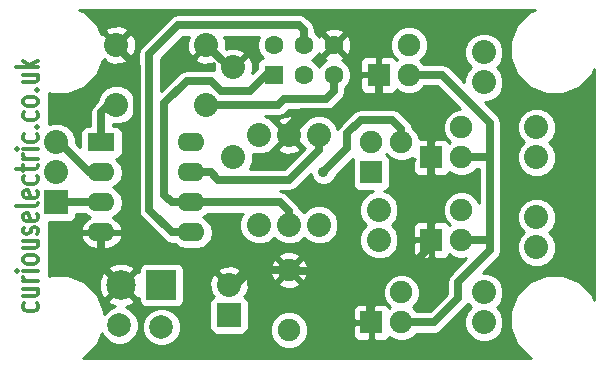
<source format=gtl>
G04 #@! TF.FileFunction,Copper,L1,Top,Signal*
%FSLAX46Y46*%
G04 Gerber Fmt 4.6, Leading zero omitted, Abs format (unit mm)*
G04 Created by KiCad (PCBNEW (2015-07-09 BZR 5913, Git 33e1797)-product) date 29/10/2015 17:07:08*
%MOMM*%
G01*
G04 APERTURE LIST*
%ADD10C,0.150000*%
%ADD11C,0.304800*%
%ADD12R,2.032000X2.032000*%
%ADD13C,2.032000*%
%ADD14C,1.905000*%
%ADD15R,2.286000X1.574800*%
%ADD16O,2.286000X1.574800*%
%ADD17R,2.499360X2.499360*%
%ADD18C,2.499360*%
%ADD19C,1.998980*%
%ADD20R,1.600200X1.600200*%
%ADD21C,1.600200*%
%ADD22R,1.905000X1.905000*%
%ADD23C,0.889000*%
%ADD24C,0.635000*%
%ADD25C,0.254000*%
G04 APERTURE END LIST*
D10*
D11*
X40225571Y-81561335D02*
X40311286Y-81694668D01*
X40311286Y-81961335D01*
X40225571Y-82094668D01*
X40139857Y-82161335D01*
X39968429Y-82228001D01*
X39454143Y-82228001D01*
X39282714Y-82161335D01*
X39197000Y-82094668D01*
X39111286Y-81961335D01*
X39111286Y-81694668D01*
X39197000Y-81561335D01*
X39111286Y-80361335D02*
X40311286Y-80361335D01*
X39111286Y-80961335D02*
X40054143Y-80961335D01*
X40225571Y-80894668D01*
X40311286Y-80761335D01*
X40311286Y-80561335D01*
X40225571Y-80428001D01*
X40139857Y-80361335D01*
X40311286Y-79694668D02*
X39111286Y-79694668D01*
X39454143Y-79694668D02*
X39282714Y-79628001D01*
X39197000Y-79561334D01*
X39111286Y-79428001D01*
X39111286Y-79294668D01*
X40311286Y-78828001D02*
X39111286Y-78828001D01*
X38511286Y-78828001D02*
X38597000Y-78894667D01*
X38682714Y-78828001D01*
X38597000Y-78761334D01*
X38511286Y-78828001D01*
X38682714Y-78828001D01*
X40311286Y-77961334D02*
X40225571Y-78094667D01*
X40139857Y-78161334D01*
X39968429Y-78228000D01*
X39454143Y-78228000D01*
X39282714Y-78161334D01*
X39197000Y-78094667D01*
X39111286Y-77961334D01*
X39111286Y-77761334D01*
X39197000Y-77628000D01*
X39282714Y-77561334D01*
X39454143Y-77494667D01*
X39968429Y-77494667D01*
X40139857Y-77561334D01*
X40225571Y-77628000D01*
X40311286Y-77761334D01*
X40311286Y-77961334D01*
X39111286Y-76294667D02*
X40311286Y-76294667D01*
X39111286Y-76894667D02*
X40054143Y-76894667D01*
X40225571Y-76828000D01*
X40311286Y-76694667D01*
X40311286Y-76494667D01*
X40225571Y-76361333D01*
X40139857Y-76294667D01*
X40225571Y-75694666D02*
X40311286Y-75561333D01*
X40311286Y-75294666D01*
X40225571Y-75161333D01*
X40054143Y-75094666D01*
X39968429Y-75094666D01*
X39797000Y-75161333D01*
X39711286Y-75294666D01*
X39711286Y-75494666D01*
X39625571Y-75628000D01*
X39454143Y-75694666D01*
X39368429Y-75694666D01*
X39197000Y-75628000D01*
X39111286Y-75494666D01*
X39111286Y-75294666D01*
X39197000Y-75161333D01*
X40225571Y-73961333D02*
X40311286Y-74094667D01*
X40311286Y-74361333D01*
X40225571Y-74494667D01*
X40054143Y-74561333D01*
X39368429Y-74561333D01*
X39197000Y-74494667D01*
X39111286Y-74361333D01*
X39111286Y-74094667D01*
X39197000Y-73961333D01*
X39368429Y-73894667D01*
X39539857Y-73894667D01*
X39711286Y-74561333D01*
X40311286Y-73094667D02*
X40225571Y-73228000D01*
X40054143Y-73294667D01*
X38511286Y-73294667D01*
X40225571Y-72028000D02*
X40311286Y-72161334D01*
X40311286Y-72428000D01*
X40225571Y-72561334D01*
X40054143Y-72628000D01*
X39368429Y-72628000D01*
X39197000Y-72561334D01*
X39111286Y-72428000D01*
X39111286Y-72161334D01*
X39197000Y-72028000D01*
X39368429Y-71961334D01*
X39539857Y-71961334D01*
X39711286Y-72628000D01*
X40225571Y-70761334D02*
X40311286Y-70894667D01*
X40311286Y-71161334D01*
X40225571Y-71294667D01*
X40139857Y-71361334D01*
X39968429Y-71428000D01*
X39454143Y-71428000D01*
X39282714Y-71361334D01*
X39197000Y-71294667D01*
X39111286Y-71161334D01*
X39111286Y-70894667D01*
X39197000Y-70761334D01*
X39111286Y-70361334D02*
X39111286Y-69828000D01*
X38511286Y-70161334D02*
X40054143Y-70161334D01*
X40225571Y-70094667D01*
X40311286Y-69961334D01*
X40311286Y-69828000D01*
X40311286Y-69361334D02*
X39111286Y-69361334D01*
X39454143Y-69361334D02*
X39282714Y-69294667D01*
X39197000Y-69228000D01*
X39111286Y-69094667D01*
X39111286Y-68961334D01*
X40311286Y-68494667D02*
X39111286Y-68494667D01*
X38511286Y-68494667D02*
X38597000Y-68561333D01*
X38682714Y-68494667D01*
X38597000Y-68428000D01*
X38511286Y-68494667D01*
X38682714Y-68494667D01*
X40225571Y-67228000D02*
X40311286Y-67361333D01*
X40311286Y-67628000D01*
X40225571Y-67761333D01*
X40139857Y-67828000D01*
X39968429Y-67894666D01*
X39454143Y-67894666D01*
X39282714Y-67828000D01*
X39197000Y-67761333D01*
X39111286Y-67628000D01*
X39111286Y-67361333D01*
X39197000Y-67228000D01*
X40139857Y-66628000D02*
X40225571Y-66561333D01*
X40311286Y-66628000D01*
X40225571Y-66694666D01*
X40139857Y-66628000D01*
X40311286Y-66628000D01*
X40225571Y-65361333D02*
X40311286Y-65494666D01*
X40311286Y-65761333D01*
X40225571Y-65894666D01*
X40139857Y-65961333D01*
X39968429Y-66027999D01*
X39454143Y-66027999D01*
X39282714Y-65961333D01*
X39197000Y-65894666D01*
X39111286Y-65761333D01*
X39111286Y-65494666D01*
X39197000Y-65361333D01*
X40311286Y-64561333D02*
X40225571Y-64694666D01*
X40139857Y-64761333D01*
X39968429Y-64827999D01*
X39454143Y-64827999D01*
X39282714Y-64761333D01*
X39197000Y-64694666D01*
X39111286Y-64561333D01*
X39111286Y-64361333D01*
X39197000Y-64227999D01*
X39282714Y-64161333D01*
X39454143Y-64094666D01*
X39968429Y-64094666D01*
X40139857Y-64161333D01*
X40225571Y-64227999D01*
X40311286Y-64361333D01*
X40311286Y-64561333D01*
X40139857Y-63494666D02*
X40225571Y-63427999D01*
X40311286Y-63494666D01*
X40225571Y-63561332D01*
X40139857Y-63494666D01*
X40311286Y-63494666D01*
X39111286Y-62227999D02*
X40311286Y-62227999D01*
X39111286Y-62827999D02*
X40054143Y-62827999D01*
X40225571Y-62761332D01*
X40311286Y-62627999D01*
X40311286Y-62427999D01*
X40225571Y-62294665D01*
X40139857Y-62227999D01*
X40311286Y-61561332D02*
X38511286Y-61561332D01*
X39625571Y-61427998D02*
X40311286Y-61027998D01*
X39111286Y-61027998D02*
X39797000Y-61561332D01*
D12*
X56515000Y-82550000D03*
D13*
X56515000Y-80010000D03*
D14*
X61595000Y-83820000D03*
X61595000Y-78740000D03*
D13*
X78105000Y-62865000D03*
X78105000Y-60325000D03*
X82550000Y-69215000D03*
X82550000Y-66675000D03*
X82550000Y-76835000D03*
X82550000Y-74295000D03*
X78105000Y-83185000D03*
X78105000Y-80645000D03*
X69215000Y-76200000D03*
X69215000Y-73660000D03*
D15*
X45720000Y-67945000D03*
D16*
X45720000Y-70485000D03*
X45720000Y-73025000D03*
X45720000Y-75565000D03*
X53340000Y-75565000D03*
X53340000Y-73025000D03*
X53340000Y-70485000D03*
X53340000Y-67945000D03*
D17*
X50800000Y-80010000D03*
D18*
X47371000Y-80010000D03*
D19*
X50800000Y-83566000D03*
X47244000Y-83439000D03*
D20*
X60325000Y-62230000D03*
D21*
X60325000Y-59690000D03*
X62865000Y-62230000D03*
X62865000Y-59690000D03*
X65405000Y-62230000D03*
X65405000Y-59690000D03*
D22*
X68580000Y-70485000D03*
D14*
X71120000Y-67945000D03*
X68580000Y-67945000D03*
D22*
X69215000Y-62230000D03*
D14*
X71755000Y-62230000D03*
X71755000Y-59690000D03*
D22*
X73660000Y-69215000D03*
D14*
X76200000Y-69215000D03*
X76200000Y-66675000D03*
D22*
X73660000Y-76200000D03*
D14*
X76200000Y-76200000D03*
X76200000Y-73660000D03*
D22*
X68580000Y-83185000D03*
D14*
X71120000Y-83185000D03*
X71120000Y-80645000D03*
D13*
X59055000Y-67310000D03*
X59055000Y-74930000D03*
X61595000Y-74930000D03*
X61595000Y-67310000D03*
X56896000Y-69215000D03*
X56896000Y-61595000D03*
X64135000Y-67310000D03*
X64135000Y-74930000D03*
X54610000Y-59690000D03*
X54610000Y-64770000D03*
X46990000Y-59690000D03*
X46990000Y-64770000D03*
D12*
X41910000Y-73025000D03*
D13*
X41910000Y-70485000D03*
X41910000Y-67945000D03*
D23*
X64516000Y-70485000D03*
D24*
X46990000Y-59690000D02*
X46990000Y-59817000D01*
X46990000Y-59817000D02*
X48768000Y-61595000D01*
X48768000Y-61595000D02*
X48768000Y-63119000D01*
X48768000Y-63119000D02*
X48768000Y-73787000D01*
X48768000Y-77597000D02*
X48895000Y-77470000D01*
X48895000Y-77470000D02*
X48895000Y-77597000D01*
X48768000Y-73787000D02*
X48768000Y-77597000D01*
X56896000Y-61595000D02*
X56515000Y-61595000D01*
X56515000Y-61595000D02*
X54610000Y-59690000D01*
X52959000Y-77597000D02*
X48895000Y-77597000D01*
X58166000Y-78740000D02*
X57023000Y-77597000D01*
X57023000Y-77597000D02*
X52959000Y-77597000D01*
X59309000Y-78740000D02*
X58166000Y-78740000D01*
X48895000Y-77597000D02*
X45720000Y-77597000D01*
X45720000Y-75565000D02*
X45720000Y-77597000D01*
X45720000Y-77597000D02*
X45720000Y-78359000D01*
X45720000Y-78359000D02*
X47371000Y-80010000D01*
X69215000Y-62230000D02*
X69215000Y-64262000D01*
X61595000Y-67310000D02*
X61595000Y-66548000D01*
X61595000Y-66548000D02*
X62738000Y-65405000D01*
X62738000Y-65405000D02*
X66675000Y-65405000D01*
X67818000Y-64262000D02*
X69215000Y-64262000D01*
X66675000Y-65405000D02*
X67818000Y-64262000D01*
X69215000Y-64262000D02*
X72517000Y-64262000D01*
X73660000Y-67056000D02*
X73660000Y-69215000D01*
X73660000Y-65405000D02*
X73660000Y-67056000D01*
X72517000Y-64262000D02*
X73660000Y-65405000D01*
X61595000Y-66548000D02*
X62738000Y-65405000D01*
X68453000Y-78867000D02*
X68453000Y-83058000D01*
X68453000Y-83058000D02*
X68580000Y-83185000D01*
X56515000Y-80010000D02*
X57150000Y-80010000D01*
X57150000Y-80010000D02*
X58420000Y-78740000D01*
X58420000Y-78740000D02*
X59309000Y-78740000D01*
X59309000Y-78740000D02*
X61595000Y-78740000D01*
X73660000Y-76200000D02*
X73660000Y-76708000D01*
X73660000Y-76708000D02*
X71501000Y-78867000D01*
X71501000Y-78867000D02*
X68453000Y-78867000D01*
X68453000Y-78867000D02*
X61722000Y-78867000D01*
X61722000Y-78867000D02*
X61595000Y-78740000D01*
X73660000Y-76200000D02*
X73533000Y-76200000D01*
X73660000Y-69215000D02*
X73660000Y-76200000D01*
X69215000Y-62230000D02*
X69215000Y-62611000D01*
X53975000Y-64770000D02*
X60706000Y-64770000D01*
X65405000Y-63627000D02*
X65405000Y-62230000D01*
X64770000Y-64262000D02*
X65405000Y-63627000D01*
X61214000Y-64262000D02*
X64770000Y-64262000D01*
X60706000Y-64770000D02*
X61214000Y-64262000D01*
X45720000Y-67945000D02*
X45720000Y-65405000D01*
X45720000Y-65405000D02*
X46355000Y-64770000D01*
X41910000Y-67945000D02*
X42164000Y-67945000D01*
X42164000Y-67945000D02*
X44704000Y-70485000D01*
X44704000Y-70485000D02*
X45720000Y-70485000D01*
X41910000Y-73025000D02*
X45720000Y-73025000D01*
X53340000Y-75565000D02*
X51689000Y-75565000D01*
X49784000Y-60452000D02*
X52197000Y-58039000D01*
X49784000Y-73660000D02*
X49784000Y-60452000D01*
X51689000Y-75565000D02*
X49784000Y-73660000D01*
X53340000Y-75565000D02*
X52451000Y-75565000D01*
X62865000Y-58420000D02*
X62865000Y-59690000D01*
X52197000Y-58039000D02*
X62484000Y-58039000D01*
X62484000Y-58039000D02*
X62865000Y-58420000D01*
X60325000Y-62230000D02*
X59690000Y-62230000D01*
X59690000Y-62230000D02*
X58293000Y-63627000D01*
X58293000Y-63627000D02*
X55880000Y-63627000D01*
X55880000Y-63627000D02*
X54991000Y-62738000D01*
X54991000Y-62738000D02*
X52959000Y-62738000D01*
X52959000Y-62738000D02*
X51054000Y-64643000D01*
X51054000Y-64643000D02*
X51054000Y-72390000D01*
X51054000Y-72390000D02*
X51689000Y-73025000D01*
X51689000Y-73025000D02*
X53340000Y-73025000D01*
X53340000Y-73025000D02*
X60833000Y-73025000D01*
X61595000Y-73787000D02*
X61595000Y-74930000D01*
X60833000Y-73025000D02*
X61595000Y-73787000D01*
X53340000Y-70485000D02*
X54991000Y-70485000D01*
X54991000Y-70485000D02*
X55626000Y-71120000D01*
X64135000Y-67310000D02*
X64135000Y-68580000D01*
X64135000Y-68580000D02*
X61595000Y-71120000D01*
X61595000Y-71120000D02*
X55626000Y-71120000D01*
X76200000Y-76200000D02*
X78613000Y-76200000D01*
X78613000Y-76200000D02*
X78613000Y-76073000D01*
X76200000Y-69215000D02*
X78613000Y-69215000D01*
X78613000Y-69215000D02*
X78486000Y-69215000D01*
X78486000Y-69215000D02*
X78613000Y-69215000D01*
X71120000Y-83185000D02*
X73914000Y-83185000D01*
X74549000Y-62230000D02*
X71755000Y-62230000D01*
X78613000Y-66294000D02*
X74549000Y-62230000D01*
X78613000Y-77089000D02*
X78613000Y-76073000D01*
X78613000Y-76073000D02*
X78613000Y-69215000D01*
X78613000Y-69215000D02*
X78613000Y-66294000D01*
X75946000Y-79756000D02*
X78613000Y-77089000D01*
X75946000Y-81153000D02*
X75946000Y-79756000D01*
X73914000Y-83185000D02*
X75946000Y-81153000D01*
X71120000Y-67945000D02*
X71120000Y-66802000D01*
X66548000Y-68453000D02*
X64516000Y-70485000D01*
X66548000Y-67183000D02*
X66548000Y-68453000D01*
X67691000Y-66040000D02*
X66548000Y-67183000D01*
X70358000Y-66040000D02*
X67691000Y-66040000D01*
X71120000Y-66802000D02*
X70358000Y-66040000D01*
D25*
G36*
X81951439Y-56888355D02*
X80895064Y-57942888D01*
X80322653Y-59321407D01*
X80321350Y-60814045D01*
X80891355Y-62193561D01*
X81945888Y-63249936D01*
X83324407Y-63822347D01*
X84817045Y-63823650D01*
X86196561Y-63253645D01*
X87252936Y-62199112D01*
X87439500Y-61749816D01*
X87439500Y-81250981D01*
X87256645Y-80808439D01*
X86202112Y-79752064D01*
X84823593Y-79179653D01*
X83330955Y-79178350D01*
X81951439Y-79748355D01*
X80895064Y-80802888D01*
X80322653Y-82181407D01*
X80321350Y-83674045D01*
X80891355Y-85053561D01*
X81945888Y-86109936D01*
X82089334Y-86169500D01*
X44151382Y-86169500D01*
X44286561Y-86113645D01*
X45342936Y-85059112D01*
X45744905Y-84091063D01*
X45857538Y-84363655D01*
X46316927Y-84823846D01*
X46917453Y-85073206D01*
X47567694Y-85073774D01*
X48168655Y-84825462D01*
X48628846Y-84366073D01*
X48826656Y-83889694D01*
X49165226Y-83889694D01*
X49413538Y-84490655D01*
X49872927Y-84950846D01*
X50473453Y-85200206D01*
X51123694Y-85200774D01*
X51724655Y-84952462D01*
X52184846Y-84493073D01*
X52434206Y-83892547D01*
X52434774Y-83242306D01*
X52186462Y-82641345D01*
X51727073Y-82181154D01*
X51126547Y-81931794D01*
X50476306Y-81931226D01*
X49875345Y-82179538D01*
X49415154Y-82638927D01*
X49165794Y-83239453D01*
X49165226Y-83889694D01*
X48826656Y-83889694D01*
X48878206Y-83765547D01*
X48878774Y-83115306D01*
X48630462Y-82514345D01*
X48171073Y-82054154D01*
X47763266Y-81884818D01*
X47796384Y-81883928D01*
X48395275Y-81635859D01*
X48524483Y-81343089D01*
X47371000Y-80189605D01*
X46217517Y-81343089D01*
X46346725Y-81635859D01*
X46855809Y-81830876D01*
X46319345Y-82052538D01*
X45916417Y-82454764D01*
X45916650Y-82187955D01*
X45346645Y-80808439D01*
X44292112Y-79752064D01*
X44132730Y-79685883D01*
X45476929Y-79685883D01*
X45497072Y-80435384D01*
X45745141Y-81034275D01*
X46037911Y-81163483D01*
X47191395Y-80010000D01*
X47550605Y-80010000D01*
X48704089Y-81163483D01*
X48902880Y-81075751D01*
X48902880Y-81259680D01*
X48949857Y-81501803D01*
X49089647Y-81714607D01*
X49300680Y-81857057D01*
X49550320Y-81907120D01*
X52049680Y-81907120D01*
X52291803Y-81860143D01*
X52504607Y-81720353D01*
X52630398Y-81534000D01*
X54851560Y-81534000D01*
X54851560Y-83566000D01*
X54898537Y-83808123D01*
X55038327Y-84020927D01*
X55249360Y-84163377D01*
X55499000Y-84213440D01*
X57531000Y-84213440D01*
X57773123Y-84166463D01*
X57821951Y-84134388D01*
X60007225Y-84134388D01*
X60248398Y-84718072D01*
X60694579Y-85165032D01*
X61277841Y-85407224D01*
X61909388Y-85407775D01*
X62493072Y-85166602D01*
X62940032Y-84720421D01*
X63182224Y-84137159D01*
X63182775Y-83505612D01*
X63168370Y-83470750D01*
X66992500Y-83470750D01*
X66992500Y-84263810D01*
X67089173Y-84497199D01*
X67267802Y-84675827D01*
X67501191Y-84772500D01*
X68294250Y-84772500D01*
X68453000Y-84613750D01*
X68453000Y-83312000D01*
X67151250Y-83312000D01*
X66992500Y-83470750D01*
X63168370Y-83470750D01*
X62941602Y-82921928D01*
X62495421Y-82474968D01*
X61912159Y-82232776D01*
X61280612Y-82232225D01*
X60696928Y-82473398D01*
X60249968Y-82919579D01*
X60007776Y-83502841D01*
X60007225Y-84134388D01*
X57821951Y-84134388D01*
X57985927Y-84026673D01*
X58128377Y-83815640D01*
X58178440Y-83566000D01*
X58178440Y-82106190D01*
X66992500Y-82106190D01*
X66992500Y-82899250D01*
X67151250Y-83058000D01*
X68453000Y-83058000D01*
X68453000Y-81756250D01*
X68707000Y-81756250D01*
X68707000Y-83058000D01*
X68727000Y-83058000D01*
X68727000Y-83312000D01*
X68707000Y-83312000D01*
X68707000Y-84613750D01*
X68865750Y-84772500D01*
X69658809Y-84772500D01*
X69892198Y-84675827D01*
X70070827Y-84497199D01*
X70104838Y-84415090D01*
X70219579Y-84530032D01*
X70802841Y-84772224D01*
X71434388Y-84772775D01*
X72018072Y-84531602D01*
X72412862Y-84137500D01*
X73914000Y-84137500D01*
X74278506Y-84064995D01*
X74587519Y-83858519D01*
X76619519Y-81826519D01*
X76752682Y-81627227D01*
X77040132Y-81915179D01*
X76706166Y-82248563D01*
X76454287Y-82855155D01*
X76453714Y-83511963D01*
X76704534Y-84118995D01*
X77168563Y-84583834D01*
X77775155Y-84835713D01*
X78431963Y-84836286D01*
X79038995Y-84585466D01*
X79503834Y-84121437D01*
X79755713Y-83514845D01*
X79756286Y-82858037D01*
X79505466Y-82251005D01*
X79169868Y-81914821D01*
X79503834Y-81581437D01*
X79755713Y-80974845D01*
X79756286Y-80318037D01*
X79505466Y-79711005D01*
X79041437Y-79246166D01*
X78434845Y-78994287D01*
X78055083Y-78993956D01*
X79286520Y-77762519D01*
X79431839Y-77545032D01*
X79492995Y-77453506D01*
X79565500Y-77089000D01*
X79565500Y-74621963D01*
X80898714Y-74621963D01*
X81149534Y-75228995D01*
X81485132Y-75565179D01*
X81151166Y-75898563D01*
X80899287Y-76505155D01*
X80898714Y-77161963D01*
X81149534Y-77768995D01*
X81613563Y-78233834D01*
X82220155Y-78485713D01*
X82876963Y-78486286D01*
X83483995Y-78235466D01*
X83948834Y-77771437D01*
X84200713Y-77164845D01*
X84201286Y-76508037D01*
X83950466Y-75901005D01*
X83614868Y-75564821D01*
X83948834Y-75231437D01*
X84200713Y-74624845D01*
X84201286Y-73968037D01*
X83950466Y-73361005D01*
X83486437Y-72896166D01*
X82879845Y-72644287D01*
X82223037Y-72643714D01*
X81616005Y-72894534D01*
X81151166Y-73358563D01*
X80899287Y-73965155D01*
X80898714Y-74621963D01*
X79565500Y-74621963D01*
X79565500Y-67001963D01*
X80898714Y-67001963D01*
X81149534Y-67608995D01*
X81485132Y-67945179D01*
X81151166Y-68278563D01*
X80899287Y-68885155D01*
X80898714Y-69541963D01*
X81149534Y-70148995D01*
X81613563Y-70613834D01*
X82220155Y-70865713D01*
X82876963Y-70866286D01*
X83483995Y-70615466D01*
X83948834Y-70151437D01*
X84200713Y-69544845D01*
X84201286Y-68888037D01*
X83950466Y-68281005D01*
X83614868Y-67944821D01*
X83948834Y-67611437D01*
X84200713Y-67004845D01*
X84201286Y-66348037D01*
X83950466Y-65741005D01*
X83486437Y-65276166D01*
X82879845Y-65024287D01*
X82223037Y-65023714D01*
X81616005Y-65274534D01*
X81151166Y-65738563D01*
X80899287Y-66345155D01*
X80898714Y-67001963D01*
X79565500Y-67001963D01*
X79565500Y-66294000D01*
X79492995Y-65929494D01*
X79286519Y-65620481D01*
X78182106Y-64516068D01*
X78431963Y-64516286D01*
X79038995Y-64265466D01*
X79503834Y-63801437D01*
X79755713Y-63194845D01*
X79756286Y-62538037D01*
X79505466Y-61931005D01*
X79169868Y-61594821D01*
X79503834Y-61261437D01*
X79755713Y-60654845D01*
X79756286Y-59998037D01*
X79505466Y-59391005D01*
X79041437Y-58926166D01*
X78434845Y-58674287D01*
X77778037Y-58673714D01*
X77171005Y-58924534D01*
X76706166Y-59388563D01*
X76454287Y-59995155D01*
X76453714Y-60651963D01*
X76704534Y-61258995D01*
X77040132Y-61595179D01*
X76706166Y-61928563D01*
X76454287Y-62535155D01*
X76454066Y-62788028D01*
X75222519Y-61556481D01*
X74913506Y-61350005D01*
X74549000Y-61277500D01*
X73047269Y-61277500D01*
X72730065Y-60959743D01*
X73100032Y-60590421D01*
X73342224Y-60007159D01*
X73342775Y-59375612D01*
X73101602Y-58791928D01*
X72655421Y-58344968D01*
X72072159Y-58102776D01*
X71440612Y-58102225D01*
X70856928Y-58343398D01*
X70409968Y-58789579D01*
X70167776Y-59372841D01*
X70167225Y-60004388D01*
X70408398Y-60588072D01*
X70779935Y-60960257D01*
X70739947Y-61000175D01*
X70705827Y-60917801D01*
X70527198Y-60739173D01*
X70293809Y-60642500D01*
X69500750Y-60642500D01*
X69342000Y-60801250D01*
X69342000Y-62103000D01*
X69362000Y-62103000D01*
X69362000Y-62357000D01*
X69342000Y-62357000D01*
X69342000Y-63658750D01*
X69500750Y-63817500D01*
X70293809Y-63817500D01*
X70527198Y-63720827D01*
X70705827Y-63542199D01*
X70739838Y-63460090D01*
X70854579Y-63575032D01*
X71437841Y-63817224D01*
X72069388Y-63817775D01*
X72653072Y-63576602D01*
X73047862Y-63182500D01*
X74154462Y-63182500D01*
X76059339Y-65087377D01*
X75885612Y-65087225D01*
X75301928Y-65328398D01*
X74854968Y-65774579D01*
X74612776Y-66357841D01*
X74612225Y-66989388D01*
X74853398Y-67573072D01*
X75224935Y-67945257D01*
X75184947Y-67985175D01*
X75150827Y-67902801D01*
X74972198Y-67724173D01*
X74738809Y-67627500D01*
X73945750Y-67627500D01*
X73787000Y-67786250D01*
X73787000Y-69088000D01*
X73807000Y-69088000D01*
X73807000Y-69342000D01*
X73787000Y-69342000D01*
X73787000Y-70643750D01*
X73945750Y-70802500D01*
X74738809Y-70802500D01*
X74972198Y-70705827D01*
X75150827Y-70527199D01*
X75184838Y-70445090D01*
X75299579Y-70560032D01*
X75882841Y-70802224D01*
X76514388Y-70802775D01*
X77098072Y-70561602D01*
X77492862Y-70167500D01*
X77660500Y-70167500D01*
X77660500Y-73037583D01*
X77546602Y-72761928D01*
X77100421Y-72314968D01*
X76517159Y-72072776D01*
X75885612Y-72072225D01*
X75301928Y-72313398D01*
X74854968Y-72759579D01*
X74612776Y-73342841D01*
X74612225Y-73974388D01*
X74853398Y-74558072D01*
X75224935Y-74930257D01*
X75184947Y-74970175D01*
X75150827Y-74887801D01*
X74972198Y-74709173D01*
X74738809Y-74612500D01*
X73945750Y-74612500D01*
X73787000Y-74771250D01*
X73787000Y-76073000D01*
X73807000Y-76073000D01*
X73807000Y-76327000D01*
X73787000Y-76327000D01*
X73787000Y-77628750D01*
X73945750Y-77787500D01*
X74738809Y-77787500D01*
X74972198Y-77690827D01*
X75150827Y-77512199D01*
X75184838Y-77430090D01*
X75299579Y-77545032D01*
X75882841Y-77787224D01*
X76514388Y-77787775D01*
X76604364Y-77750598D01*
X75272481Y-79082481D01*
X75066005Y-79391494D01*
X74993500Y-79756000D01*
X74993500Y-80758462D01*
X73519462Y-82232500D01*
X72412269Y-82232500D01*
X72095065Y-81914743D01*
X72465032Y-81545421D01*
X72707224Y-80962159D01*
X72707775Y-80330612D01*
X72466602Y-79746928D01*
X72020421Y-79299968D01*
X71437159Y-79057776D01*
X70805612Y-79057225D01*
X70221928Y-79298398D01*
X69774968Y-79744579D01*
X69532776Y-80327841D01*
X69532225Y-80959388D01*
X69773398Y-81543072D01*
X70144935Y-81915257D01*
X70104947Y-81955175D01*
X70070827Y-81872801D01*
X69892198Y-81694173D01*
X69658809Y-81597500D01*
X68865750Y-81597500D01*
X68707000Y-81756250D01*
X68453000Y-81756250D01*
X68453000Y-81756250D01*
X68294250Y-81597500D01*
X67501191Y-81597500D01*
X67267802Y-81694173D01*
X67089173Y-81872801D01*
X66992500Y-82106190D01*
X58178440Y-82106190D01*
X58178440Y-81534000D01*
X58131463Y-81291877D01*
X57991673Y-81079073D01*
X57799531Y-80949375D01*
X57947622Y-80893880D01*
X58176816Y-80278358D01*
X58161578Y-79858159D01*
X60656446Y-79858159D01*
X60749288Y-80120088D01*
X61341801Y-80338675D01*
X61972861Y-80313878D01*
X62440712Y-80120088D01*
X62533554Y-79858159D01*
X61595000Y-78919605D01*
X60656446Y-79858159D01*
X58161578Y-79858159D01*
X58153014Y-79621981D01*
X57947622Y-79126120D01*
X57679107Y-79025498D01*
X56694605Y-80010000D01*
X56708748Y-80024143D01*
X56529143Y-80203748D01*
X56515000Y-80189605D01*
X56500858Y-80203748D01*
X56321253Y-80024143D01*
X56335395Y-80010000D01*
X55350893Y-79025498D01*
X55082378Y-79126120D01*
X54853184Y-79741642D01*
X54876986Y-80398019D01*
X55082378Y-80893880D01*
X55231932Y-80949923D01*
X55044073Y-81073327D01*
X54901623Y-81284360D01*
X54851560Y-81534000D01*
X52630398Y-81534000D01*
X52647057Y-81509320D01*
X52697120Y-81259680D01*
X52697120Y-78845893D01*
X55530498Y-78845893D01*
X56515000Y-79830395D01*
X57499502Y-78845893D01*
X57398880Y-78577378D01*
X57155627Y-78486801D01*
X59996325Y-78486801D01*
X60021122Y-79117861D01*
X60214912Y-79585712D01*
X60476841Y-79678554D01*
X61415395Y-78740000D01*
X61774605Y-78740000D01*
X62713159Y-79678554D01*
X62975088Y-79585712D01*
X63193675Y-78993199D01*
X63168878Y-78362139D01*
X62975088Y-77894288D01*
X62713159Y-77801446D01*
X61774605Y-78740000D01*
X61415395Y-78740000D01*
X61415395Y-78740000D01*
X60476841Y-77801446D01*
X60214912Y-77894288D01*
X59996325Y-78486801D01*
X57155627Y-78486801D01*
X56783358Y-78348184D01*
X56126981Y-78371986D01*
X55631120Y-78577378D01*
X55530498Y-78845893D01*
X52697120Y-78845893D01*
X52697120Y-78760320D01*
X52650143Y-78518197D01*
X52510353Y-78305393D01*
X52299320Y-78162943D01*
X52049680Y-78112880D01*
X49550320Y-78112880D01*
X49308197Y-78159857D01*
X49095393Y-78299647D01*
X48952943Y-78510680D01*
X48902880Y-78760320D01*
X48902880Y-78944249D01*
X48704089Y-78856517D01*
X47550605Y-80010000D01*
X47191395Y-80010000D01*
X47191395Y-80010000D01*
X46037911Y-78856517D01*
X45745141Y-78985725D01*
X45476929Y-79685883D01*
X44132730Y-79685883D01*
X42913593Y-79179653D01*
X41420955Y-79178350D01*
X41290400Y-79232294D01*
X41290400Y-78676911D01*
X46217517Y-78676911D01*
X47371000Y-79830395D01*
X48524483Y-78676911D01*
X48395275Y-78384141D01*
X47695117Y-78115929D01*
X46945616Y-78136072D01*
X46346725Y-78384141D01*
X46217517Y-78676911D01*
X41290400Y-78676911D01*
X41290400Y-77621841D01*
X60656446Y-77621841D01*
X61595000Y-78560395D01*
X62533554Y-77621841D01*
X62440712Y-77359912D01*
X61848199Y-77141325D01*
X61217139Y-77166122D01*
X60749288Y-77359912D01*
X60656446Y-77621841D01*
X41290400Y-77621841D01*
X41290400Y-75912060D01*
X43984990Y-75912060D01*
X44001673Y-75991996D01*
X44268809Y-76480986D01*
X44702738Y-76830525D01*
X45237400Y-76987400D01*
X45593000Y-76987400D01*
X45593000Y-75692000D01*
X45847000Y-75692000D01*
X45847000Y-76987400D01*
X46202600Y-76987400D01*
X46737262Y-76830525D01*
X47171191Y-76480986D01*
X47438327Y-75991996D01*
X47455010Y-75912060D01*
X47332852Y-75692000D01*
X45847000Y-75692000D01*
X45593000Y-75692000D01*
X45593000Y-75692000D01*
X44107148Y-75692000D01*
X43984990Y-75912060D01*
X41290400Y-75912060D01*
X41290400Y-74688440D01*
X42926000Y-74688440D01*
X43168123Y-74641463D01*
X43380927Y-74501673D01*
X43523377Y-74290640D01*
X43573440Y-74041000D01*
X43573440Y-73977500D01*
X44288172Y-73977500D01*
X44323778Y-74030789D01*
X44718830Y-74294754D01*
X44702738Y-74299475D01*
X44268809Y-74649014D01*
X44001673Y-75138004D01*
X43984990Y-75217940D01*
X44107148Y-75438000D01*
X45593000Y-75438000D01*
X45593000Y-75418000D01*
X45847000Y-75418000D01*
X45847000Y-75438000D01*
X47332852Y-75438000D01*
X47455010Y-75217940D01*
X47438327Y-75138004D01*
X47171191Y-74649014D01*
X46737262Y-74299475D01*
X46721170Y-74294754D01*
X47116222Y-74030789D01*
X47424559Y-73569329D01*
X47532833Y-73025000D01*
X47424559Y-72480671D01*
X47116222Y-72019211D01*
X46720801Y-71755000D01*
X47116222Y-71490789D01*
X47424559Y-71029329D01*
X47532833Y-70485000D01*
X47424559Y-69940671D01*
X47116222Y-69479211D01*
X46943986Y-69364127D01*
X47105123Y-69332863D01*
X47317927Y-69193073D01*
X47460377Y-68982040D01*
X47510440Y-68732400D01*
X47510440Y-67157600D01*
X47463463Y-66915477D01*
X47323673Y-66702673D01*
X47112640Y-66560223D01*
X46863000Y-66510160D01*
X46672500Y-66510160D01*
X46672500Y-66420724D01*
X47316963Y-66421286D01*
X47923995Y-66170466D01*
X48388834Y-65706437D01*
X48640713Y-65099845D01*
X48641286Y-64443037D01*
X48390466Y-63836005D01*
X47926437Y-63371166D01*
X47319845Y-63119287D01*
X46663037Y-63118714D01*
X46056005Y-63369534D01*
X45591166Y-63833563D01*
X45340338Y-64437624D01*
X45046481Y-64731481D01*
X44840005Y-65040494D01*
X44767500Y-65405000D01*
X44767500Y-66510160D01*
X44577000Y-66510160D01*
X44334877Y-66557137D01*
X44122073Y-66696927D01*
X43979623Y-66907960D01*
X43929560Y-67157600D01*
X43929560Y-68363522D01*
X43560957Y-67994919D01*
X43561286Y-67618037D01*
X43310466Y-67011005D01*
X42846437Y-66546166D01*
X42239845Y-66294287D01*
X41583037Y-66293714D01*
X41290400Y-66414629D01*
X41290400Y-63770855D01*
X41414407Y-63822347D01*
X42907045Y-63823650D01*
X44286561Y-63253645D01*
X45342936Y-62199112D01*
X45864927Y-60942017D01*
X45891259Y-60968349D01*
X46005499Y-60854109D01*
X46106120Y-61122622D01*
X46721642Y-61351816D01*
X47378019Y-61328014D01*
X47873880Y-61122622D01*
X47974502Y-60854107D01*
X46990000Y-59869605D01*
X46975858Y-59883748D01*
X46796253Y-59704143D01*
X46810395Y-59690000D01*
X47169605Y-59690000D01*
X48154107Y-60674502D01*
X48422622Y-60573880D01*
X48468005Y-60452000D01*
X48831500Y-60452000D01*
X48831500Y-73660000D01*
X48904005Y-74024506D01*
X49110481Y-74333519D01*
X51015481Y-76238519D01*
X51324494Y-76444995D01*
X51689000Y-76517500D01*
X51908172Y-76517500D01*
X51943778Y-76570789D01*
X52405238Y-76879126D01*
X52949567Y-76987400D01*
X53730433Y-76987400D01*
X54274762Y-76879126D01*
X54736222Y-76570789D01*
X55044559Y-76109329D01*
X55152833Y-75565000D01*
X55044559Y-75020671D01*
X54736222Y-74559211D01*
X54340801Y-74295000D01*
X54736222Y-74030789D01*
X54771828Y-73977500D01*
X57672257Y-73977500D01*
X57656166Y-73993563D01*
X57404287Y-74600155D01*
X57403714Y-75256963D01*
X57654534Y-75863995D01*
X58118563Y-76328834D01*
X58725155Y-76580713D01*
X59381963Y-76581286D01*
X59988995Y-76330466D01*
X60325179Y-75994868D01*
X60658563Y-76328834D01*
X61265155Y-76580713D01*
X61921963Y-76581286D01*
X62528995Y-76330466D01*
X62865179Y-75994868D01*
X63198563Y-76328834D01*
X63805155Y-76580713D01*
X64461963Y-76581286D01*
X65068995Y-76330466D01*
X65533834Y-75866437D01*
X65785713Y-75259845D01*
X65786286Y-74603037D01*
X65535466Y-73996005D01*
X65071437Y-73531166D01*
X64464845Y-73279287D01*
X63808037Y-73278714D01*
X63201005Y-73529534D01*
X62864821Y-73865132D01*
X62531437Y-73531166D01*
X62493476Y-73515403D01*
X62474995Y-73422494D01*
X62268519Y-73113481D01*
X61506519Y-72351481D01*
X61197506Y-72145005D01*
X60833000Y-72072500D01*
X61595000Y-72072500D01*
X61959506Y-71999995D01*
X62268519Y-71793519D01*
X63436377Y-70625662D01*
X63436313Y-70698784D01*
X63600311Y-71095689D01*
X63903714Y-71399622D01*
X64300332Y-71564313D01*
X64729784Y-71564687D01*
X65126689Y-71400689D01*
X65430622Y-71097286D01*
X65558347Y-70789691D01*
X67021330Y-69326708D01*
X66980060Y-69532500D01*
X66980060Y-71437500D01*
X67027037Y-71679623D01*
X67166827Y-71892427D01*
X67377860Y-72034877D01*
X67627500Y-72084940D01*
X68703556Y-72084940D01*
X68281005Y-72259534D01*
X67816166Y-72723563D01*
X67564287Y-73330155D01*
X67563714Y-73986963D01*
X67814534Y-74593995D01*
X68150132Y-74930179D01*
X67816166Y-75263563D01*
X67564287Y-75870155D01*
X67563714Y-76526963D01*
X67814534Y-77133995D01*
X68278563Y-77598834D01*
X68885155Y-77850713D01*
X69541963Y-77851286D01*
X70148995Y-77600466D01*
X70613834Y-77136437D01*
X70865713Y-76529845D01*
X70865751Y-76485750D01*
X72072500Y-76485750D01*
X72072500Y-77278810D01*
X72169173Y-77512199D01*
X72347802Y-77690827D01*
X72581191Y-77787500D01*
X73374250Y-77787500D01*
X73533000Y-77628750D01*
X73533000Y-76327000D01*
X72231250Y-76327000D01*
X72072500Y-76485750D01*
X70865751Y-76485750D01*
X70866286Y-75873037D01*
X70615466Y-75266005D01*
X70470903Y-75121190D01*
X72072500Y-75121190D01*
X72072500Y-75914250D01*
X72231250Y-76073000D01*
X73533000Y-76073000D01*
X73533000Y-74771250D01*
X73374250Y-74612500D01*
X72581191Y-74612500D01*
X72347802Y-74709173D01*
X72169173Y-74887801D01*
X72072500Y-75121190D01*
X70470903Y-75121190D01*
X70279868Y-74929821D01*
X70613834Y-74596437D01*
X70865713Y-73989845D01*
X70866286Y-73333037D01*
X70615466Y-72726005D01*
X70151437Y-72261166D01*
X69665086Y-72059215D01*
X69774623Y-72037963D01*
X69987427Y-71898173D01*
X70129877Y-71687140D01*
X70179940Y-71437500D01*
X70179940Y-69532500D01*
X70132963Y-69290377D01*
X69993173Y-69077573D01*
X69813779Y-68956480D01*
X69850257Y-68920065D01*
X70219579Y-69290032D01*
X70802841Y-69532224D01*
X71434388Y-69532775D01*
X72018072Y-69291602D01*
X72072500Y-69237269D01*
X72072500Y-69342002D01*
X72231248Y-69342002D01*
X72072500Y-69500750D01*
X72072500Y-70293810D01*
X72169173Y-70527199D01*
X72347802Y-70705827D01*
X72581191Y-70802500D01*
X73374250Y-70802500D01*
X73533000Y-70643750D01*
X73533000Y-69342000D01*
X73513000Y-69342000D01*
X73513000Y-69088000D01*
X73533000Y-69088000D01*
X73533000Y-67786250D01*
X73374250Y-67627500D01*
X72706489Y-67627500D01*
X72466602Y-67046928D01*
X72035273Y-66614845D01*
X71999995Y-66437494D01*
X71793519Y-66128481D01*
X71031519Y-65366481D01*
X70722506Y-65160005D01*
X70358000Y-65087500D01*
X67691000Y-65087500D01*
X67326494Y-65160005D01*
X67017481Y-65366481D01*
X65874481Y-66509481D01*
X65699081Y-66771985D01*
X65535466Y-66376005D01*
X65071437Y-65911166D01*
X64464845Y-65659287D01*
X63808037Y-65658714D01*
X63201005Y-65909534D01*
X62777435Y-66332366D01*
X62759107Y-66325498D01*
X61774605Y-67310000D01*
X62759107Y-68294502D01*
X62777917Y-68287453D01*
X62929080Y-68438881D01*
X61200462Y-70167500D01*
X58278743Y-70167500D01*
X58294834Y-70151437D01*
X58546713Y-69544845D01*
X58547286Y-68888037D01*
X58546697Y-68886611D01*
X58725155Y-68960713D01*
X59381963Y-68961286D01*
X59988995Y-68710466D01*
X60225767Y-68474107D01*
X60610498Y-68474107D01*
X60711120Y-68742622D01*
X61326642Y-68971816D01*
X61983019Y-68948014D01*
X62478880Y-68742622D01*
X62579502Y-68474107D01*
X61595000Y-67489605D01*
X60610498Y-68474107D01*
X60225767Y-68474107D01*
X60412565Y-68287634D01*
X60430893Y-68294502D01*
X61415395Y-67310000D01*
X60430893Y-66325498D01*
X60412083Y-66332547D01*
X60225755Y-66145893D01*
X60610498Y-66145893D01*
X61595000Y-67130395D01*
X62579502Y-66145893D01*
X62478880Y-65877378D01*
X61863358Y-65648184D01*
X61206981Y-65671986D01*
X60711120Y-65877378D01*
X60610498Y-66145893D01*
X60225755Y-66145893D01*
X59991437Y-65911166D01*
X59537079Y-65722500D01*
X60706000Y-65722500D01*
X61070506Y-65649995D01*
X61379519Y-65443519D01*
X61608538Y-65214500D01*
X64770000Y-65214500D01*
X65134506Y-65141995D01*
X65443519Y-64935519D01*
X66078519Y-64300519D01*
X66104257Y-64262000D01*
X66284995Y-63991506D01*
X66357500Y-63627000D01*
X66357500Y-63306930D01*
X66620909Y-63043980D01*
X66839850Y-62516711D01*
X66839851Y-62515750D01*
X67627500Y-62515750D01*
X67627500Y-63308810D01*
X67724173Y-63542199D01*
X67902802Y-63720827D01*
X68136191Y-63817500D01*
X68929250Y-63817500D01*
X69088000Y-63658750D01*
X69088000Y-62357000D01*
X67786250Y-62357000D01*
X67627500Y-62515750D01*
X66839851Y-62515750D01*
X66840348Y-61945793D01*
X66622328Y-61418143D01*
X66355840Y-61151190D01*
X67627500Y-61151190D01*
X67627500Y-61944250D01*
X67786250Y-62103000D01*
X69088000Y-62103000D01*
X69088000Y-60801250D01*
X68929250Y-60642500D01*
X68136191Y-60642500D01*
X67902802Y-60739173D01*
X67724173Y-60917801D01*
X67627500Y-61151190D01*
X66355840Y-61151190D01*
X66218980Y-61014091D01*
X66104493Y-60966552D01*
X66159065Y-60943947D01*
X66233212Y-60697817D01*
X65405000Y-59869605D01*
X64576788Y-60697817D01*
X64650935Y-60943947D01*
X64708978Y-60964810D01*
X64593143Y-61012672D01*
X64189091Y-61416020D01*
X64135138Y-61545953D01*
X64082328Y-61418143D01*
X63678980Y-61014091D01*
X63549047Y-60960138D01*
X63676857Y-60907328D01*
X64080909Y-60503980D01*
X64128448Y-60389493D01*
X64151053Y-60444065D01*
X64397183Y-60518212D01*
X65225395Y-59690000D01*
X65584605Y-59690000D01*
X66412817Y-60518212D01*
X66658947Y-60444065D01*
X66852064Y-59906800D01*
X66824879Y-59336530D01*
X66658947Y-58935935D01*
X66412817Y-58861788D01*
X65584605Y-59690000D01*
X65225395Y-59690000D01*
X65225395Y-59690000D01*
X64397183Y-58861788D01*
X64151053Y-58935935D01*
X64130190Y-58993978D01*
X64082328Y-58878143D01*
X63886709Y-58682183D01*
X64576788Y-58682183D01*
X65405000Y-59510395D01*
X66233212Y-58682183D01*
X66159065Y-58436053D01*
X65621800Y-58242936D01*
X65051530Y-58270121D01*
X64650935Y-58436053D01*
X64576788Y-58682183D01*
X63886709Y-58682183D01*
X63817500Y-58612853D01*
X63817500Y-58420000D01*
X63744995Y-58055494D01*
X63538519Y-57746481D01*
X63157519Y-57365481D01*
X62848506Y-57159005D01*
X62484000Y-57086500D01*
X52197000Y-57086500D01*
X51885045Y-57148552D01*
X51832494Y-57159005D01*
X51523481Y-57365481D01*
X49110481Y-59778481D01*
X48904005Y-60087494D01*
X48831500Y-60452000D01*
X48468005Y-60452000D01*
X48651816Y-59958358D01*
X48628014Y-59301981D01*
X48422622Y-58806120D01*
X48154107Y-58705498D01*
X47169605Y-59690000D01*
X46810395Y-59690000D01*
X46810395Y-59690000D01*
X45825893Y-58705498D01*
X45681771Y-58759505D01*
X45585244Y-58525893D01*
X46005498Y-58525893D01*
X46990000Y-59510395D01*
X47974502Y-58525893D01*
X47873880Y-58257378D01*
X47258358Y-58028184D01*
X46601981Y-58051986D01*
X46106120Y-58257378D01*
X46005498Y-58525893D01*
X45585244Y-58525893D01*
X45346645Y-57948439D01*
X44292112Y-56892064D01*
X43842816Y-56705500D01*
X82393981Y-56705500D01*
X81951439Y-56888355D01*
X81951439Y-56888355D01*
G37*
X81951439Y-56888355D02*
X80895064Y-57942888D01*
X80322653Y-59321407D01*
X80321350Y-60814045D01*
X80891355Y-62193561D01*
X81945888Y-63249936D01*
X83324407Y-63822347D01*
X84817045Y-63823650D01*
X86196561Y-63253645D01*
X87252936Y-62199112D01*
X87439500Y-61749816D01*
X87439500Y-81250981D01*
X87256645Y-80808439D01*
X86202112Y-79752064D01*
X84823593Y-79179653D01*
X83330955Y-79178350D01*
X81951439Y-79748355D01*
X80895064Y-80802888D01*
X80322653Y-82181407D01*
X80321350Y-83674045D01*
X80891355Y-85053561D01*
X81945888Y-86109936D01*
X82089334Y-86169500D01*
X44151382Y-86169500D01*
X44286561Y-86113645D01*
X45342936Y-85059112D01*
X45744905Y-84091063D01*
X45857538Y-84363655D01*
X46316927Y-84823846D01*
X46917453Y-85073206D01*
X47567694Y-85073774D01*
X48168655Y-84825462D01*
X48628846Y-84366073D01*
X48826656Y-83889694D01*
X49165226Y-83889694D01*
X49413538Y-84490655D01*
X49872927Y-84950846D01*
X50473453Y-85200206D01*
X51123694Y-85200774D01*
X51724655Y-84952462D01*
X52184846Y-84493073D01*
X52434206Y-83892547D01*
X52434774Y-83242306D01*
X52186462Y-82641345D01*
X51727073Y-82181154D01*
X51126547Y-81931794D01*
X50476306Y-81931226D01*
X49875345Y-82179538D01*
X49415154Y-82638927D01*
X49165794Y-83239453D01*
X49165226Y-83889694D01*
X48826656Y-83889694D01*
X48878206Y-83765547D01*
X48878774Y-83115306D01*
X48630462Y-82514345D01*
X48171073Y-82054154D01*
X47763266Y-81884818D01*
X47796384Y-81883928D01*
X48395275Y-81635859D01*
X48524483Y-81343089D01*
X47371000Y-80189605D01*
X46217517Y-81343089D01*
X46346725Y-81635859D01*
X46855809Y-81830876D01*
X46319345Y-82052538D01*
X45916417Y-82454764D01*
X45916650Y-82187955D01*
X45346645Y-80808439D01*
X44292112Y-79752064D01*
X44132730Y-79685883D01*
X45476929Y-79685883D01*
X45497072Y-80435384D01*
X45745141Y-81034275D01*
X46037911Y-81163483D01*
X47191395Y-80010000D01*
X47550605Y-80010000D01*
X48704089Y-81163483D01*
X48902880Y-81075751D01*
X48902880Y-81259680D01*
X48949857Y-81501803D01*
X49089647Y-81714607D01*
X49300680Y-81857057D01*
X49550320Y-81907120D01*
X52049680Y-81907120D01*
X52291803Y-81860143D01*
X52504607Y-81720353D01*
X52630398Y-81534000D01*
X54851560Y-81534000D01*
X54851560Y-83566000D01*
X54898537Y-83808123D01*
X55038327Y-84020927D01*
X55249360Y-84163377D01*
X55499000Y-84213440D01*
X57531000Y-84213440D01*
X57773123Y-84166463D01*
X57821951Y-84134388D01*
X60007225Y-84134388D01*
X60248398Y-84718072D01*
X60694579Y-85165032D01*
X61277841Y-85407224D01*
X61909388Y-85407775D01*
X62493072Y-85166602D01*
X62940032Y-84720421D01*
X63182224Y-84137159D01*
X63182775Y-83505612D01*
X63168370Y-83470750D01*
X66992500Y-83470750D01*
X66992500Y-84263810D01*
X67089173Y-84497199D01*
X67267802Y-84675827D01*
X67501191Y-84772500D01*
X68294250Y-84772500D01*
X68453000Y-84613750D01*
X68453000Y-83312000D01*
X67151250Y-83312000D01*
X66992500Y-83470750D01*
X63168370Y-83470750D01*
X62941602Y-82921928D01*
X62495421Y-82474968D01*
X61912159Y-82232776D01*
X61280612Y-82232225D01*
X60696928Y-82473398D01*
X60249968Y-82919579D01*
X60007776Y-83502841D01*
X60007225Y-84134388D01*
X57821951Y-84134388D01*
X57985927Y-84026673D01*
X58128377Y-83815640D01*
X58178440Y-83566000D01*
X58178440Y-82106190D01*
X66992500Y-82106190D01*
X66992500Y-82899250D01*
X67151250Y-83058000D01*
X68453000Y-83058000D01*
X68453000Y-81756250D01*
X68707000Y-81756250D01*
X68707000Y-83058000D01*
X68727000Y-83058000D01*
X68727000Y-83312000D01*
X68707000Y-83312000D01*
X68707000Y-84613750D01*
X68865750Y-84772500D01*
X69658809Y-84772500D01*
X69892198Y-84675827D01*
X70070827Y-84497199D01*
X70104838Y-84415090D01*
X70219579Y-84530032D01*
X70802841Y-84772224D01*
X71434388Y-84772775D01*
X72018072Y-84531602D01*
X72412862Y-84137500D01*
X73914000Y-84137500D01*
X74278506Y-84064995D01*
X74587519Y-83858519D01*
X76619519Y-81826519D01*
X76752682Y-81627227D01*
X77040132Y-81915179D01*
X76706166Y-82248563D01*
X76454287Y-82855155D01*
X76453714Y-83511963D01*
X76704534Y-84118995D01*
X77168563Y-84583834D01*
X77775155Y-84835713D01*
X78431963Y-84836286D01*
X79038995Y-84585466D01*
X79503834Y-84121437D01*
X79755713Y-83514845D01*
X79756286Y-82858037D01*
X79505466Y-82251005D01*
X79169868Y-81914821D01*
X79503834Y-81581437D01*
X79755713Y-80974845D01*
X79756286Y-80318037D01*
X79505466Y-79711005D01*
X79041437Y-79246166D01*
X78434845Y-78994287D01*
X78055083Y-78993956D01*
X79286520Y-77762519D01*
X79431839Y-77545032D01*
X79492995Y-77453506D01*
X79565500Y-77089000D01*
X79565500Y-74621963D01*
X80898714Y-74621963D01*
X81149534Y-75228995D01*
X81485132Y-75565179D01*
X81151166Y-75898563D01*
X80899287Y-76505155D01*
X80898714Y-77161963D01*
X81149534Y-77768995D01*
X81613563Y-78233834D01*
X82220155Y-78485713D01*
X82876963Y-78486286D01*
X83483995Y-78235466D01*
X83948834Y-77771437D01*
X84200713Y-77164845D01*
X84201286Y-76508037D01*
X83950466Y-75901005D01*
X83614868Y-75564821D01*
X83948834Y-75231437D01*
X84200713Y-74624845D01*
X84201286Y-73968037D01*
X83950466Y-73361005D01*
X83486437Y-72896166D01*
X82879845Y-72644287D01*
X82223037Y-72643714D01*
X81616005Y-72894534D01*
X81151166Y-73358563D01*
X80899287Y-73965155D01*
X80898714Y-74621963D01*
X79565500Y-74621963D01*
X79565500Y-67001963D01*
X80898714Y-67001963D01*
X81149534Y-67608995D01*
X81485132Y-67945179D01*
X81151166Y-68278563D01*
X80899287Y-68885155D01*
X80898714Y-69541963D01*
X81149534Y-70148995D01*
X81613563Y-70613834D01*
X82220155Y-70865713D01*
X82876963Y-70866286D01*
X83483995Y-70615466D01*
X83948834Y-70151437D01*
X84200713Y-69544845D01*
X84201286Y-68888037D01*
X83950466Y-68281005D01*
X83614868Y-67944821D01*
X83948834Y-67611437D01*
X84200713Y-67004845D01*
X84201286Y-66348037D01*
X83950466Y-65741005D01*
X83486437Y-65276166D01*
X82879845Y-65024287D01*
X82223037Y-65023714D01*
X81616005Y-65274534D01*
X81151166Y-65738563D01*
X80899287Y-66345155D01*
X80898714Y-67001963D01*
X79565500Y-67001963D01*
X79565500Y-66294000D01*
X79492995Y-65929494D01*
X79286519Y-65620481D01*
X78182106Y-64516068D01*
X78431963Y-64516286D01*
X79038995Y-64265466D01*
X79503834Y-63801437D01*
X79755713Y-63194845D01*
X79756286Y-62538037D01*
X79505466Y-61931005D01*
X79169868Y-61594821D01*
X79503834Y-61261437D01*
X79755713Y-60654845D01*
X79756286Y-59998037D01*
X79505466Y-59391005D01*
X79041437Y-58926166D01*
X78434845Y-58674287D01*
X77778037Y-58673714D01*
X77171005Y-58924534D01*
X76706166Y-59388563D01*
X76454287Y-59995155D01*
X76453714Y-60651963D01*
X76704534Y-61258995D01*
X77040132Y-61595179D01*
X76706166Y-61928563D01*
X76454287Y-62535155D01*
X76454066Y-62788028D01*
X75222519Y-61556481D01*
X74913506Y-61350005D01*
X74549000Y-61277500D01*
X73047269Y-61277500D01*
X72730065Y-60959743D01*
X73100032Y-60590421D01*
X73342224Y-60007159D01*
X73342775Y-59375612D01*
X73101602Y-58791928D01*
X72655421Y-58344968D01*
X72072159Y-58102776D01*
X71440612Y-58102225D01*
X70856928Y-58343398D01*
X70409968Y-58789579D01*
X70167776Y-59372841D01*
X70167225Y-60004388D01*
X70408398Y-60588072D01*
X70779935Y-60960257D01*
X70739947Y-61000175D01*
X70705827Y-60917801D01*
X70527198Y-60739173D01*
X70293809Y-60642500D01*
X69500750Y-60642500D01*
X69342000Y-60801250D01*
X69342000Y-62103000D01*
X69362000Y-62103000D01*
X69362000Y-62357000D01*
X69342000Y-62357000D01*
X69342000Y-63658750D01*
X69500750Y-63817500D01*
X70293809Y-63817500D01*
X70527198Y-63720827D01*
X70705827Y-63542199D01*
X70739838Y-63460090D01*
X70854579Y-63575032D01*
X71437841Y-63817224D01*
X72069388Y-63817775D01*
X72653072Y-63576602D01*
X73047862Y-63182500D01*
X74154462Y-63182500D01*
X76059339Y-65087377D01*
X75885612Y-65087225D01*
X75301928Y-65328398D01*
X74854968Y-65774579D01*
X74612776Y-66357841D01*
X74612225Y-66989388D01*
X74853398Y-67573072D01*
X75224935Y-67945257D01*
X75184947Y-67985175D01*
X75150827Y-67902801D01*
X74972198Y-67724173D01*
X74738809Y-67627500D01*
X73945750Y-67627500D01*
X73787000Y-67786250D01*
X73787000Y-69088000D01*
X73807000Y-69088000D01*
X73807000Y-69342000D01*
X73787000Y-69342000D01*
X73787000Y-70643750D01*
X73945750Y-70802500D01*
X74738809Y-70802500D01*
X74972198Y-70705827D01*
X75150827Y-70527199D01*
X75184838Y-70445090D01*
X75299579Y-70560032D01*
X75882841Y-70802224D01*
X76514388Y-70802775D01*
X77098072Y-70561602D01*
X77492862Y-70167500D01*
X77660500Y-70167500D01*
X77660500Y-73037583D01*
X77546602Y-72761928D01*
X77100421Y-72314968D01*
X76517159Y-72072776D01*
X75885612Y-72072225D01*
X75301928Y-72313398D01*
X74854968Y-72759579D01*
X74612776Y-73342841D01*
X74612225Y-73974388D01*
X74853398Y-74558072D01*
X75224935Y-74930257D01*
X75184947Y-74970175D01*
X75150827Y-74887801D01*
X74972198Y-74709173D01*
X74738809Y-74612500D01*
X73945750Y-74612500D01*
X73787000Y-74771250D01*
X73787000Y-76073000D01*
X73807000Y-76073000D01*
X73807000Y-76327000D01*
X73787000Y-76327000D01*
X73787000Y-77628750D01*
X73945750Y-77787500D01*
X74738809Y-77787500D01*
X74972198Y-77690827D01*
X75150827Y-77512199D01*
X75184838Y-77430090D01*
X75299579Y-77545032D01*
X75882841Y-77787224D01*
X76514388Y-77787775D01*
X76604364Y-77750598D01*
X75272481Y-79082481D01*
X75066005Y-79391494D01*
X74993500Y-79756000D01*
X74993500Y-80758462D01*
X73519462Y-82232500D01*
X72412269Y-82232500D01*
X72095065Y-81914743D01*
X72465032Y-81545421D01*
X72707224Y-80962159D01*
X72707775Y-80330612D01*
X72466602Y-79746928D01*
X72020421Y-79299968D01*
X71437159Y-79057776D01*
X70805612Y-79057225D01*
X70221928Y-79298398D01*
X69774968Y-79744579D01*
X69532776Y-80327841D01*
X69532225Y-80959388D01*
X69773398Y-81543072D01*
X70144935Y-81915257D01*
X70104947Y-81955175D01*
X70070827Y-81872801D01*
X69892198Y-81694173D01*
X69658809Y-81597500D01*
X68865750Y-81597500D01*
X68707000Y-81756250D01*
X68453000Y-81756250D01*
X68453000Y-81756250D01*
X68294250Y-81597500D01*
X67501191Y-81597500D01*
X67267802Y-81694173D01*
X67089173Y-81872801D01*
X66992500Y-82106190D01*
X58178440Y-82106190D01*
X58178440Y-81534000D01*
X58131463Y-81291877D01*
X57991673Y-81079073D01*
X57799531Y-80949375D01*
X57947622Y-80893880D01*
X58176816Y-80278358D01*
X58161578Y-79858159D01*
X60656446Y-79858159D01*
X60749288Y-80120088D01*
X61341801Y-80338675D01*
X61972861Y-80313878D01*
X62440712Y-80120088D01*
X62533554Y-79858159D01*
X61595000Y-78919605D01*
X60656446Y-79858159D01*
X58161578Y-79858159D01*
X58153014Y-79621981D01*
X57947622Y-79126120D01*
X57679107Y-79025498D01*
X56694605Y-80010000D01*
X56708748Y-80024143D01*
X56529143Y-80203748D01*
X56515000Y-80189605D01*
X56500858Y-80203748D01*
X56321253Y-80024143D01*
X56335395Y-80010000D01*
X55350893Y-79025498D01*
X55082378Y-79126120D01*
X54853184Y-79741642D01*
X54876986Y-80398019D01*
X55082378Y-80893880D01*
X55231932Y-80949923D01*
X55044073Y-81073327D01*
X54901623Y-81284360D01*
X54851560Y-81534000D01*
X52630398Y-81534000D01*
X52647057Y-81509320D01*
X52697120Y-81259680D01*
X52697120Y-78845893D01*
X55530498Y-78845893D01*
X56515000Y-79830395D01*
X57499502Y-78845893D01*
X57398880Y-78577378D01*
X57155627Y-78486801D01*
X59996325Y-78486801D01*
X60021122Y-79117861D01*
X60214912Y-79585712D01*
X60476841Y-79678554D01*
X61415395Y-78740000D01*
X61774605Y-78740000D01*
X62713159Y-79678554D01*
X62975088Y-79585712D01*
X63193675Y-78993199D01*
X63168878Y-78362139D01*
X62975088Y-77894288D01*
X62713159Y-77801446D01*
X61774605Y-78740000D01*
X61415395Y-78740000D01*
X61415395Y-78740000D01*
X60476841Y-77801446D01*
X60214912Y-77894288D01*
X59996325Y-78486801D01*
X57155627Y-78486801D01*
X56783358Y-78348184D01*
X56126981Y-78371986D01*
X55631120Y-78577378D01*
X55530498Y-78845893D01*
X52697120Y-78845893D01*
X52697120Y-78760320D01*
X52650143Y-78518197D01*
X52510353Y-78305393D01*
X52299320Y-78162943D01*
X52049680Y-78112880D01*
X49550320Y-78112880D01*
X49308197Y-78159857D01*
X49095393Y-78299647D01*
X48952943Y-78510680D01*
X48902880Y-78760320D01*
X48902880Y-78944249D01*
X48704089Y-78856517D01*
X47550605Y-80010000D01*
X47191395Y-80010000D01*
X47191395Y-80010000D01*
X46037911Y-78856517D01*
X45745141Y-78985725D01*
X45476929Y-79685883D01*
X44132730Y-79685883D01*
X42913593Y-79179653D01*
X41420955Y-79178350D01*
X41290400Y-79232294D01*
X41290400Y-78676911D01*
X46217517Y-78676911D01*
X47371000Y-79830395D01*
X48524483Y-78676911D01*
X48395275Y-78384141D01*
X47695117Y-78115929D01*
X46945616Y-78136072D01*
X46346725Y-78384141D01*
X46217517Y-78676911D01*
X41290400Y-78676911D01*
X41290400Y-77621841D01*
X60656446Y-77621841D01*
X61595000Y-78560395D01*
X62533554Y-77621841D01*
X62440712Y-77359912D01*
X61848199Y-77141325D01*
X61217139Y-77166122D01*
X60749288Y-77359912D01*
X60656446Y-77621841D01*
X41290400Y-77621841D01*
X41290400Y-75912060D01*
X43984990Y-75912060D01*
X44001673Y-75991996D01*
X44268809Y-76480986D01*
X44702738Y-76830525D01*
X45237400Y-76987400D01*
X45593000Y-76987400D01*
X45593000Y-75692000D01*
X45847000Y-75692000D01*
X45847000Y-76987400D01*
X46202600Y-76987400D01*
X46737262Y-76830525D01*
X47171191Y-76480986D01*
X47438327Y-75991996D01*
X47455010Y-75912060D01*
X47332852Y-75692000D01*
X45847000Y-75692000D01*
X45593000Y-75692000D01*
X45593000Y-75692000D01*
X44107148Y-75692000D01*
X43984990Y-75912060D01*
X41290400Y-75912060D01*
X41290400Y-74688440D01*
X42926000Y-74688440D01*
X43168123Y-74641463D01*
X43380927Y-74501673D01*
X43523377Y-74290640D01*
X43573440Y-74041000D01*
X43573440Y-73977500D01*
X44288172Y-73977500D01*
X44323778Y-74030789D01*
X44718830Y-74294754D01*
X44702738Y-74299475D01*
X44268809Y-74649014D01*
X44001673Y-75138004D01*
X43984990Y-75217940D01*
X44107148Y-75438000D01*
X45593000Y-75438000D01*
X45593000Y-75418000D01*
X45847000Y-75418000D01*
X45847000Y-75438000D01*
X47332852Y-75438000D01*
X47455010Y-75217940D01*
X47438327Y-75138004D01*
X47171191Y-74649014D01*
X46737262Y-74299475D01*
X46721170Y-74294754D01*
X47116222Y-74030789D01*
X47424559Y-73569329D01*
X47532833Y-73025000D01*
X47424559Y-72480671D01*
X47116222Y-72019211D01*
X46720801Y-71755000D01*
X47116222Y-71490789D01*
X47424559Y-71029329D01*
X47532833Y-70485000D01*
X47424559Y-69940671D01*
X47116222Y-69479211D01*
X46943986Y-69364127D01*
X47105123Y-69332863D01*
X47317927Y-69193073D01*
X47460377Y-68982040D01*
X47510440Y-68732400D01*
X47510440Y-67157600D01*
X47463463Y-66915477D01*
X47323673Y-66702673D01*
X47112640Y-66560223D01*
X46863000Y-66510160D01*
X46672500Y-66510160D01*
X46672500Y-66420724D01*
X47316963Y-66421286D01*
X47923995Y-66170466D01*
X48388834Y-65706437D01*
X48640713Y-65099845D01*
X48641286Y-64443037D01*
X48390466Y-63836005D01*
X47926437Y-63371166D01*
X47319845Y-63119287D01*
X46663037Y-63118714D01*
X46056005Y-63369534D01*
X45591166Y-63833563D01*
X45340338Y-64437624D01*
X45046481Y-64731481D01*
X44840005Y-65040494D01*
X44767500Y-65405000D01*
X44767500Y-66510160D01*
X44577000Y-66510160D01*
X44334877Y-66557137D01*
X44122073Y-66696927D01*
X43979623Y-66907960D01*
X43929560Y-67157600D01*
X43929560Y-68363522D01*
X43560957Y-67994919D01*
X43561286Y-67618037D01*
X43310466Y-67011005D01*
X42846437Y-66546166D01*
X42239845Y-66294287D01*
X41583037Y-66293714D01*
X41290400Y-66414629D01*
X41290400Y-63770855D01*
X41414407Y-63822347D01*
X42907045Y-63823650D01*
X44286561Y-63253645D01*
X45342936Y-62199112D01*
X45864927Y-60942017D01*
X45891259Y-60968349D01*
X46005499Y-60854109D01*
X46106120Y-61122622D01*
X46721642Y-61351816D01*
X47378019Y-61328014D01*
X47873880Y-61122622D01*
X47974502Y-60854107D01*
X46990000Y-59869605D01*
X46975858Y-59883748D01*
X46796253Y-59704143D01*
X46810395Y-59690000D01*
X47169605Y-59690000D01*
X48154107Y-60674502D01*
X48422622Y-60573880D01*
X48468005Y-60452000D01*
X48831500Y-60452000D01*
X48831500Y-73660000D01*
X48904005Y-74024506D01*
X49110481Y-74333519D01*
X51015481Y-76238519D01*
X51324494Y-76444995D01*
X51689000Y-76517500D01*
X51908172Y-76517500D01*
X51943778Y-76570789D01*
X52405238Y-76879126D01*
X52949567Y-76987400D01*
X53730433Y-76987400D01*
X54274762Y-76879126D01*
X54736222Y-76570789D01*
X55044559Y-76109329D01*
X55152833Y-75565000D01*
X55044559Y-75020671D01*
X54736222Y-74559211D01*
X54340801Y-74295000D01*
X54736222Y-74030789D01*
X54771828Y-73977500D01*
X57672257Y-73977500D01*
X57656166Y-73993563D01*
X57404287Y-74600155D01*
X57403714Y-75256963D01*
X57654534Y-75863995D01*
X58118563Y-76328834D01*
X58725155Y-76580713D01*
X59381963Y-76581286D01*
X59988995Y-76330466D01*
X60325179Y-75994868D01*
X60658563Y-76328834D01*
X61265155Y-76580713D01*
X61921963Y-76581286D01*
X62528995Y-76330466D01*
X62865179Y-75994868D01*
X63198563Y-76328834D01*
X63805155Y-76580713D01*
X64461963Y-76581286D01*
X65068995Y-76330466D01*
X65533834Y-75866437D01*
X65785713Y-75259845D01*
X65786286Y-74603037D01*
X65535466Y-73996005D01*
X65071437Y-73531166D01*
X64464845Y-73279287D01*
X63808037Y-73278714D01*
X63201005Y-73529534D01*
X62864821Y-73865132D01*
X62531437Y-73531166D01*
X62493476Y-73515403D01*
X62474995Y-73422494D01*
X62268519Y-73113481D01*
X61506519Y-72351481D01*
X61197506Y-72145005D01*
X60833000Y-72072500D01*
X61595000Y-72072500D01*
X61959506Y-71999995D01*
X62268519Y-71793519D01*
X63436377Y-70625662D01*
X63436313Y-70698784D01*
X63600311Y-71095689D01*
X63903714Y-71399622D01*
X64300332Y-71564313D01*
X64729784Y-71564687D01*
X65126689Y-71400689D01*
X65430622Y-71097286D01*
X65558347Y-70789691D01*
X67021330Y-69326708D01*
X66980060Y-69532500D01*
X66980060Y-71437500D01*
X67027037Y-71679623D01*
X67166827Y-71892427D01*
X67377860Y-72034877D01*
X67627500Y-72084940D01*
X68703556Y-72084940D01*
X68281005Y-72259534D01*
X67816166Y-72723563D01*
X67564287Y-73330155D01*
X67563714Y-73986963D01*
X67814534Y-74593995D01*
X68150132Y-74930179D01*
X67816166Y-75263563D01*
X67564287Y-75870155D01*
X67563714Y-76526963D01*
X67814534Y-77133995D01*
X68278563Y-77598834D01*
X68885155Y-77850713D01*
X69541963Y-77851286D01*
X70148995Y-77600466D01*
X70613834Y-77136437D01*
X70865713Y-76529845D01*
X70865751Y-76485750D01*
X72072500Y-76485750D01*
X72072500Y-77278810D01*
X72169173Y-77512199D01*
X72347802Y-77690827D01*
X72581191Y-77787500D01*
X73374250Y-77787500D01*
X73533000Y-77628750D01*
X73533000Y-76327000D01*
X72231250Y-76327000D01*
X72072500Y-76485750D01*
X70865751Y-76485750D01*
X70866286Y-75873037D01*
X70615466Y-75266005D01*
X70470903Y-75121190D01*
X72072500Y-75121190D01*
X72072500Y-75914250D01*
X72231250Y-76073000D01*
X73533000Y-76073000D01*
X73533000Y-74771250D01*
X73374250Y-74612500D01*
X72581191Y-74612500D01*
X72347802Y-74709173D01*
X72169173Y-74887801D01*
X72072500Y-75121190D01*
X70470903Y-75121190D01*
X70279868Y-74929821D01*
X70613834Y-74596437D01*
X70865713Y-73989845D01*
X70866286Y-73333037D01*
X70615466Y-72726005D01*
X70151437Y-72261166D01*
X69665086Y-72059215D01*
X69774623Y-72037963D01*
X69987427Y-71898173D01*
X70129877Y-71687140D01*
X70179940Y-71437500D01*
X70179940Y-69532500D01*
X70132963Y-69290377D01*
X69993173Y-69077573D01*
X69813779Y-68956480D01*
X69850257Y-68920065D01*
X70219579Y-69290032D01*
X70802841Y-69532224D01*
X71434388Y-69532775D01*
X72018072Y-69291602D01*
X72072500Y-69237269D01*
X72072500Y-69342002D01*
X72231248Y-69342002D01*
X72072500Y-69500750D01*
X72072500Y-70293810D01*
X72169173Y-70527199D01*
X72347802Y-70705827D01*
X72581191Y-70802500D01*
X73374250Y-70802500D01*
X73533000Y-70643750D01*
X73533000Y-69342000D01*
X73513000Y-69342000D01*
X73513000Y-69088000D01*
X73533000Y-69088000D01*
X73533000Y-67786250D01*
X73374250Y-67627500D01*
X72706489Y-67627500D01*
X72466602Y-67046928D01*
X72035273Y-66614845D01*
X71999995Y-66437494D01*
X71793519Y-66128481D01*
X71031519Y-65366481D01*
X70722506Y-65160005D01*
X70358000Y-65087500D01*
X67691000Y-65087500D01*
X67326494Y-65160005D01*
X67017481Y-65366481D01*
X65874481Y-66509481D01*
X65699081Y-66771985D01*
X65535466Y-66376005D01*
X65071437Y-65911166D01*
X64464845Y-65659287D01*
X63808037Y-65658714D01*
X63201005Y-65909534D01*
X62777435Y-66332366D01*
X62759107Y-66325498D01*
X61774605Y-67310000D01*
X62759107Y-68294502D01*
X62777917Y-68287453D01*
X62929080Y-68438881D01*
X61200462Y-70167500D01*
X58278743Y-70167500D01*
X58294834Y-70151437D01*
X58546713Y-69544845D01*
X58547286Y-68888037D01*
X58546697Y-68886611D01*
X58725155Y-68960713D01*
X59381963Y-68961286D01*
X59988995Y-68710466D01*
X60225767Y-68474107D01*
X60610498Y-68474107D01*
X60711120Y-68742622D01*
X61326642Y-68971816D01*
X61983019Y-68948014D01*
X62478880Y-68742622D01*
X62579502Y-68474107D01*
X61595000Y-67489605D01*
X60610498Y-68474107D01*
X60225767Y-68474107D01*
X60412565Y-68287634D01*
X60430893Y-68294502D01*
X61415395Y-67310000D01*
X60430893Y-66325498D01*
X60412083Y-66332547D01*
X60225755Y-66145893D01*
X60610498Y-66145893D01*
X61595000Y-67130395D01*
X62579502Y-66145893D01*
X62478880Y-65877378D01*
X61863358Y-65648184D01*
X61206981Y-65671986D01*
X60711120Y-65877378D01*
X60610498Y-66145893D01*
X60225755Y-66145893D01*
X59991437Y-65911166D01*
X59537079Y-65722500D01*
X60706000Y-65722500D01*
X61070506Y-65649995D01*
X61379519Y-65443519D01*
X61608538Y-65214500D01*
X64770000Y-65214500D01*
X65134506Y-65141995D01*
X65443519Y-64935519D01*
X66078519Y-64300519D01*
X66104257Y-64262000D01*
X66284995Y-63991506D01*
X66357500Y-63627000D01*
X66357500Y-63306930D01*
X66620909Y-63043980D01*
X66839850Y-62516711D01*
X66839851Y-62515750D01*
X67627500Y-62515750D01*
X67627500Y-63308810D01*
X67724173Y-63542199D01*
X67902802Y-63720827D01*
X68136191Y-63817500D01*
X68929250Y-63817500D01*
X69088000Y-63658750D01*
X69088000Y-62357000D01*
X67786250Y-62357000D01*
X67627500Y-62515750D01*
X66839851Y-62515750D01*
X66840348Y-61945793D01*
X66622328Y-61418143D01*
X66355840Y-61151190D01*
X67627500Y-61151190D01*
X67627500Y-61944250D01*
X67786250Y-62103000D01*
X69088000Y-62103000D01*
X69088000Y-60801250D01*
X68929250Y-60642500D01*
X68136191Y-60642500D01*
X67902802Y-60739173D01*
X67724173Y-60917801D01*
X67627500Y-61151190D01*
X66355840Y-61151190D01*
X66218980Y-61014091D01*
X66104493Y-60966552D01*
X66159065Y-60943947D01*
X66233212Y-60697817D01*
X65405000Y-59869605D01*
X64576788Y-60697817D01*
X64650935Y-60943947D01*
X64708978Y-60964810D01*
X64593143Y-61012672D01*
X64189091Y-61416020D01*
X64135138Y-61545953D01*
X64082328Y-61418143D01*
X63678980Y-61014091D01*
X63549047Y-60960138D01*
X63676857Y-60907328D01*
X64080909Y-60503980D01*
X64128448Y-60389493D01*
X64151053Y-60444065D01*
X64397183Y-60518212D01*
X65225395Y-59690000D01*
X65584605Y-59690000D01*
X66412817Y-60518212D01*
X66658947Y-60444065D01*
X66852064Y-59906800D01*
X66824879Y-59336530D01*
X66658947Y-58935935D01*
X66412817Y-58861788D01*
X65584605Y-59690000D01*
X65225395Y-59690000D01*
X65225395Y-59690000D01*
X64397183Y-58861788D01*
X64151053Y-58935935D01*
X64130190Y-58993978D01*
X64082328Y-58878143D01*
X63886709Y-58682183D01*
X64576788Y-58682183D01*
X65405000Y-59510395D01*
X66233212Y-58682183D01*
X66159065Y-58436053D01*
X65621800Y-58242936D01*
X65051530Y-58270121D01*
X64650935Y-58436053D01*
X64576788Y-58682183D01*
X63886709Y-58682183D01*
X63817500Y-58612853D01*
X63817500Y-58420000D01*
X63744995Y-58055494D01*
X63538519Y-57746481D01*
X63157519Y-57365481D01*
X62848506Y-57159005D01*
X62484000Y-57086500D01*
X52197000Y-57086500D01*
X51885045Y-57148552D01*
X51832494Y-57159005D01*
X51523481Y-57365481D01*
X49110481Y-59778481D01*
X48904005Y-60087494D01*
X48831500Y-60452000D01*
X48468005Y-60452000D01*
X48651816Y-59958358D01*
X48628014Y-59301981D01*
X48422622Y-58806120D01*
X48154107Y-58705498D01*
X47169605Y-59690000D01*
X46810395Y-59690000D01*
X46810395Y-59690000D01*
X45825893Y-58705498D01*
X45681771Y-58759505D01*
X45585244Y-58525893D01*
X46005498Y-58525893D01*
X46990000Y-59510395D01*
X47974502Y-58525893D01*
X47873880Y-58257378D01*
X47258358Y-58028184D01*
X46601981Y-58051986D01*
X46106120Y-58257378D01*
X46005498Y-58525893D01*
X45585244Y-58525893D01*
X45346645Y-57948439D01*
X44292112Y-56892064D01*
X43842816Y-56705500D01*
X82393981Y-56705500D01*
X81951439Y-56888355D01*
G36*
X52948184Y-59421642D02*
X52971986Y-60078019D01*
X53177378Y-60573880D01*
X53445893Y-60674502D01*
X54430395Y-59690000D01*
X54416253Y-59675858D01*
X54595858Y-59496253D01*
X54610000Y-59510395D01*
X54624143Y-59496253D01*
X54803748Y-59675858D01*
X54789605Y-59690000D01*
X54803748Y-59704143D01*
X54624143Y-59883748D01*
X54610000Y-59869605D01*
X53625498Y-60854107D01*
X53726120Y-61122622D01*
X54341642Y-61351816D01*
X54998019Y-61328014D01*
X55276647Y-61212603D01*
X55234184Y-61326642D01*
X55252711Y-61837558D01*
X54991000Y-61785500D01*
X52959000Y-61785500D01*
X52594494Y-61858005D01*
X52285481Y-62064481D01*
X50736500Y-63613462D01*
X50736500Y-60846538D01*
X52591538Y-58991500D01*
X53108350Y-58991500D01*
X52948184Y-59421642D01*
X52948184Y-59421642D01*
G37*
X52948184Y-59421642D02*
X52971986Y-60078019D01*
X53177378Y-60573880D01*
X53445893Y-60674502D01*
X54430395Y-59690000D01*
X54416253Y-59675858D01*
X54595858Y-59496253D01*
X54610000Y-59510395D01*
X54624143Y-59496253D01*
X54803748Y-59675858D01*
X54789605Y-59690000D01*
X54803748Y-59704143D01*
X54624143Y-59883748D01*
X54610000Y-59869605D01*
X53625498Y-60854107D01*
X53726120Y-61122622D01*
X54341642Y-61351816D01*
X54998019Y-61328014D01*
X55276647Y-61212603D01*
X55234184Y-61326642D01*
X55252711Y-61837558D01*
X54991000Y-61785500D01*
X52959000Y-61785500D01*
X52594494Y-61858005D01*
X52285481Y-62064481D01*
X50736500Y-63613462D01*
X50736500Y-60846538D01*
X52591538Y-58991500D01*
X53108350Y-58991500D01*
X52948184Y-59421642D01*
G36*
X58890150Y-59403289D02*
X58889652Y-59974207D01*
X59107672Y-60501857D01*
X59410034Y-60804746D01*
X59282777Y-60829437D01*
X59069973Y-60969227D01*
X58927523Y-61180260D01*
X58877460Y-61429900D01*
X58877460Y-61695502D01*
X58467766Y-62105196D01*
X58557816Y-61863358D01*
X58534014Y-61206981D01*
X58328622Y-60711120D01*
X58060107Y-60610498D01*
X57075605Y-61595000D01*
X57089748Y-61609143D01*
X56910143Y-61788748D01*
X56896000Y-61774605D01*
X56881858Y-61788748D01*
X56702253Y-61609143D01*
X56716395Y-61595000D01*
X56702253Y-61580858D01*
X56881858Y-61401253D01*
X56896000Y-61415395D01*
X57880502Y-60430893D01*
X57779880Y-60162378D01*
X57164358Y-59933184D01*
X56507981Y-59956986D01*
X56229353Y-60072397D01*
X56271816Y-59958358D01*
X56248014Y-59301981D01*
X56119409Y-58991500D01*
X59061140Y-58991500D01*
X58890150Y-59403289D01*
X58890150Y-59403289D01*
G37*
X58890150Y-59403289D02*
X58889652Y-59974207D01*
X59107672Y-60501857D01*
X59410034Y-60804746D01*
X59282777Y-60829437D01*
X59069973Y-60969227D01*
X58927523Y-61180260D01*
X58877460Y-61429900D01*
X58877460Y-61695502D01*
X58467766Y-62105196D01*
X58557816Y-61863358D01*
X58534014Y-61206981D01*
X58328622Y-60711120D01*
X58060107Y-60610498D01*
X57075605Y-61595000D01*
X57089748Y-61609143D01*
X56910143Y-61788748D01*
X56896000Y-61774605D01*
X56881858Y-61788748D01*
X56702253Y-61609143D01*
X56716395Y-61595000D01*
X56702253Y-61580858D01*
X56881858Y-61401253D01*
X56896000Y-61415395D01*
X57880502Y-60430893D01*
X57779880Y-60162378D01*
X57164358Y-59933184D01*
X56507981Y-59956986D01*
X56229353Y-60072397D01*
X56271816Y-59958358D01*
X56248014Y-59301981D01*
X56119409Y-58991500D01*
X59061140Y-58991500D01*
X58890150Y-59403289D01*
G36*
X42103748Y-70470858D02*
X42089605Y-70485000D01*
X42103748Y-70499143D01*
X41924143Y-70678748D01*
X41910000Y-70664605D01*
X41895858Y-70678748D01*
X41716253Y-70499143D01*
X41730395Y-70485000D01*
X41716253Y-70470858D01*
X41895858Y-70291253D01*
X41910000Y-70305395D01*
X41924143Y-70291253D01*
X42103748Y-70470858D01*
X42103748Y-70470858D01*
G37*
X42103748Y-70470858D02*
X42089605Y-70485000D01*
X42103748Y-70499143D01*
X41924143Y-70678748D01*
X41910000Y-70664605D01*
X41895858Y-70678748D01*
X41716253Y-70499143D01*
X41730395Y-70485000D01*
X41716253Y-70470858D01*
X41895858Y-70291253D01*
X41910000Y-70305395D01*
X41924143Y-70291253D01*
X42103748Y-70470858D01*
M02*

</source>
